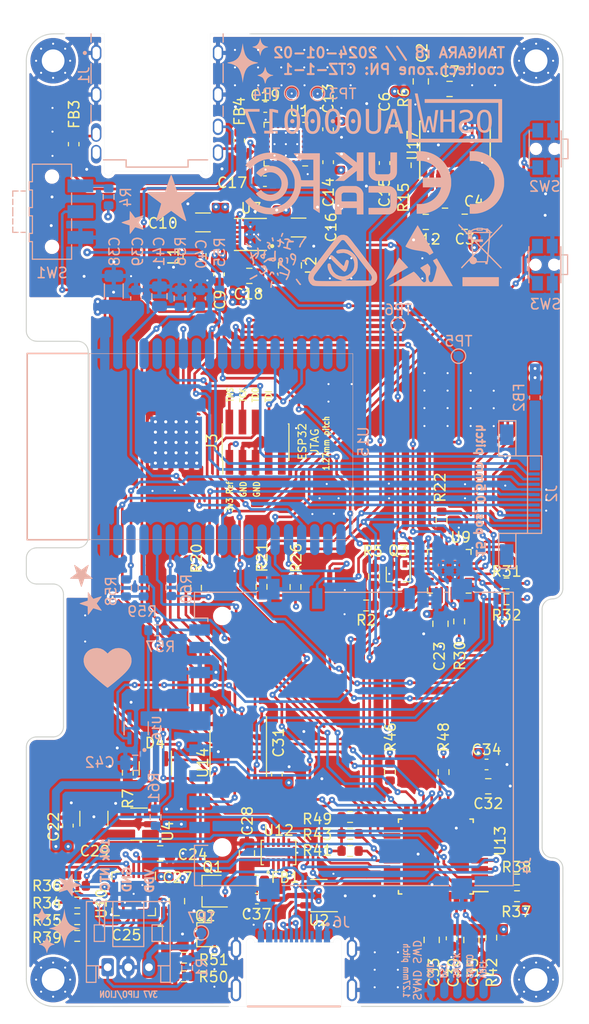
<source format=kicad_pcb>
(kicad_pcb (version 20221018) (generator pcbnew)

  (general
    (thickness 1.566672)
  )

  (paper "A4")
  (title_block
    (comment 4 "AISLER Project ID: ATEUINQR")
  )

  (layers
    (0 "F.Cu" signal)
    (1 "In1.Cu" signal)
    (2 "In2.Cu" signal)
    (31 "B.Cu" signal)
    (32 "B.Adhes" user "B.Adhesive")
    (33 "F.Adhes" user "F.Adhesive")
    (34 "B.Paste" user)
    (35 "F.Paste" user)
    (36 "B.SilkS" user "B.Silkscreen")
    (37 "F.SilkS" user "F.Silkscreen")
    (38 "B.Mask" user)
    (39 "F.Mask" user)
    (40 "Dwgs.User" user "User.Drawings")
    (41 "Cmts.User" user "User.Comments")
    (42 "Eco1.User" user "User.Eco1")
    (43 "Eco2.User" user "User.Eco2")
    (44 "Edge.Cuts" user)
    (45 "Margin" user)
    (46 "B.CrtYd" user "B.Courtyard")
    (47 "F.CrtYd" user "F.Courtyard")
    (48 "B.Fab" user)
    (49 "F.Fab" user)
    (50 "User.1" user)
    (51 "User.2" user)
    (52 "User.3" user)
    (53 "User.4" user)
    (54 "User.5" user)
    (55 "User.6" user)
    (56 "User.7" user)
    (57 "User.8" user)
    (58 "User.9" user)
  )

  (setup
    (stackup
      (layer "F.SilkS" (type "Top Silk Screen") (color "White"))
      (layer "F.Paste" (type "Top Solder Paste"))
      (layer "F.Mask" (type "Top Solder Mask") (color "Purple") (thickness 0.0254))
      (layer "F.Cu" (type "copper") (thickness 0.04318))
      (layer "dielectric 1" (type "prepreg") (thickness 0.202184) (material "FR408-HR") (epsilon_r 3.69) (loss_tangent 0.0091))
      (layer "In1.Cu" (type "copper") (thickness 0.017272))
      (layer "dielectric 2" (type "core") (thickness 0.9906) (material "FR408-HR") (epsilon_r 3.69) (loss_tangent 0.0091))
      (layer "In2.Cu" (type "copper") (thickness 0.017272))
      (layer "dielectric 3" (type "prepreg") (thickness 0.202184) (material "FR408-HR") (epsilon_r 3.69) (loss_tangent 0.0091))
      (layer "B.Cu" (type "copper") (thickness 0.04318))
      (layer "B.Mask" (type "Bottom Solder Mask") (color "Purple") (thickness 0.0254))
      (layer "B.Paste" (type "Bottom Solder Paste"))
      (layer "B.SilkS" (type "Bottom Silk Screen") (color "White"))
      (copper_finish "None")
      (dielectric_constraints no)
    )
    (pad_to_mask_clearance 0)
    (aux_axis_origin 117.25 51)
    (pcbplotparams
      (layerselection 0x00010fc_ffffffff)
      (plot_on_all_layers_selection 0x0000000_00000000)
      (disableapertmacros false)
      (usegerberextensions true)
      (usegerberattributes true)
      (usegerberadvancedattributes true)
      (creategerberjobfile true)
      (dashed_line_dash_ratio 12.000000)
      (dashed_line_gap_ratio 3.000000)
      (svgprecision 6)
      (plotframeref false)
      (viasonmask false)
      (mode 1)
      (useauxorigin false)
      (hpglpennumber 1)
      (hpglpenspeed 20)
      (hpglpendiameter 15.000000)
      (dxfpolygonmode true)
      (dxfimperialunits true)
      (dxfusepcbnewfont true)
      (psnegative false)
      (psa4output false)
      (plotreference true)
      (plotvalue true)
      (plotinvisibletext false)
      (sketchpadsonfab false)
      (subtractmaskfromsilk false)
      (outputformat 1)
      (mirror false)
      (drillshape 0)
      (scaleselection 1)
      (outputdirectory "gerbers2")
    )
  )

  (net 0 "")
  (net 1 "GND")
  (net 2 "/ESP_EN")
  (net 3 "BAT_LEVEL")
  (net 4 "SYS_POWER")
  (net 5 "USB.DP")
  (net 6 "USB.DN")
  (net 7 "3.5mm_DETECT")
  (net 8 "/JTAG.TMS")
  (net 9 "/JTAG.TCK")
  (net 10 "/JTAG.TDO")
  (net 11 "/JTAG.TDI")
  (net 12 "/SWD.SWDIO")
  (net 13 "/SWD.SWCLK")
  (net 14 "/SWD.RESET")
  (net 15 "/Power/NTC")
  (net 16 "~{CHG_PWR_OK}")
  (net 17 "I2C.SCL")
  (net 18 "VBUS")
  (net 19 "I2C.SDA")
  (net 20 "ESP_SPI.PICO")
  (net 21 "unconnected-(U9-IO0_5-Pad6)")
  (net 22 "ESP_SPI.SCLK")
  (net 23 "ESP_SPI.DISPLAY_CS")
  (net 24 "DISPLAY_LED_EN")
  (net 25 "/ESP_BOOT")
  (net 26 "~{SD_VDD_EN}")
  (net 27 "/UART.ESP.TX")
  (net 28 "ESP_SPI.POCI")
  (net 29 "DAC.DATA")
  (net 30 "DAC.BCK")
  (net 31 "ESP_SPI.SD_CS")
  (net 32 "DAC.LRCK")
  (net 33 "SAMD_SPI.POCI")
  (net 34 "/UART.ESP.RX")
  (net 35 "SAMD_SPI.CS")
  (net 36 "SAMD_SPI.PICO")
  (net 37 "/~{SAMD_INT}")
  (net 38 "SAMD_SPI.SCLK")
  (net 39 "CHG_SEL")
  (net 40 "AMP_EN")
  (net 41 "/Power/VBUS_SWITCHED")
  (net 42 "~{GPIO_INT}")
  (net 43 "USB_TCC0")
  (net 44 "USB_TCC1")
  (net 45 "KEY_LOCK")
  (net 46 "CHG_STAT1")
  (net 47 "CHG_STAT2")
  (net 48 "~{TOUCH_INT}")
  (net 49 "DISPLAY_DR")
  (net 50 "+3V3")
  (net 51 "+5VA")
  (net 52 "-5VA")
  (net 53 "KEY_VOL_UP")
  (net 54 "Net-(J7-Pin_3)")
  (net 55 "Net-(U1B-+)")
  (net 56 "KEY_VOL_DOWN")
  (net 57 "Net-(J4-CD{slash}DAT3)")
  (net 58 "Net-(J4-CMD)")
  (net 59 "Net-(J4-CLK)")
  (net 60 "Net-(J4-DAT0)")
  (net 61 "Net-(J4-DAT1)")
  (net 62 "Net-(J4-DAT2)")
  (net 63 "unconnected-(J1-Pad6)")
  (net 64 "Net-(J6-CC1)")
  (net 65 "Net-(U13-VDDCORE)")
  (net 66 "unconnected-(J3-UART_TX-Pad7)")
  (net 67 "unconnected-(J3-UART_RX-Pad9)")
  (net 68 "unconnected-(J3-nRst-Pad10)")
  (net 69 "unconnected-(J6-SBU1-PadA8)")
  (net 70 "unconnected-(J6-SBU2-PadB8)")
  (net 71 "Net-(U7-SWN)")
  (net 72 "Net-(U7-SWP)")
  (net 73 "Net-(Q1-G)")
  (net 74 "Net-(U1A-+)")
  (net 75 "Net-(U1A--)")
  (net 76 "Net-(C17-Pad2)")
  (net 77 "Net-(U1B--)")
  (net 78 "Net-(C19-Pad2)")
  (net 79 "Net-(U14E-~{OE})")
  (net 80 "Net-(U14E-S)")
  (net 81 "SYS_PWR_EN_SAMD")
  (net 82 "Net-(U10-CE)")
  (net 83 "Net-(U10-PROG3)")
  (net 84 "Net-(U10-PROG2)")
  (net 85 "Net-(U10-PROG1)")
  (net 86 "unconnected-(U1C-NC-Pad4)")
  (net 87 "unconnected-(U1-Pad6)")
  (net 88 "unconnected-(U1-Pad7)")
  (net 89 "unconnected-(U1-Pad8)")
  (net 90 "unconnected-(U1C-NC-Pad15)")
  (net 91 "unconnected-(U12-ORIENT-Pad8)")
  (net 92 "unconnected-(U12-SWMONI-Pad9)")
  (net 93 "unconnected-(U15-I39{slash}NOINT-Pad5)")
  (net 94 "unconnected-(U15-SHD{slash}SD2-Pad17)")
  (net 95 "unconnected-(U15-SWP{slash}SD3-Pad18)")
  (net 96 "unconnected-(U15-SCS{slash}CMD-Pad19)")
  (net 97 "unconnected-(U15-SCK{slash}CLK-Pad20)")
  (net 98 "unconnected-(U15-SDO{slash}SD0-Pad21)")
  (net 99 "unconnected-(U15-SDI{slash}SD1-Pad22)")
  (net 100 "unconnected-(U15-IO16-Pad27)")
  (net 101 "unconnected-(U15-IO17-Pad28)")
  (net 102 "unconnected-(U15-NC-Pad32)")
  (net 103 "Net-(J2-Pin_13)")
  (net 104 "Net-(FB3-Pad2)")
  (net 105 "Net-(FB4-Pad2)")
  (net 106 "Net-(J4-VDD)")
  (net 107 "unconnected-(U16-NC-Pad4)")
  (net 108 "Net-(SW1-C)")
  (net 109 "Net-(Q1-S)")
  (net 110 "DAC.MCK")
  (net 111 "SD_CD")
  (net 112 "Net-(U17-CPCA)")
  (net 113 "Net-(U17-CPCB)")
  (net 114 "unconnected-(U1-Pad1)")
  (net 115 "Net-(U17-VMID)")
  (net 116 "Net-(U17-CPVOUTN)")
  (net 117 "unconnected-(U1-Pad23)")
  (net 118 "Net-(U17-LINEVOUTL)")
  (net 119 "Net-(U17-LINEVOUTR)")
  (net 120 "unconnected-(U1-Pad24)")
  (net 121 "unconnected-(U17-ZFLAG-Pad7)")
  (net 122 "unconnected-(U9-IO0_6-Pad7)")
  (net 123 "Net-(Q3-G)")
  (net 124 "unconnected-(U9-IO1_5-Pad15)")
  (net 125 "unconnected-(U9-IO1_6-Pad16)")
  (net 126 "unconnected-(U9-IO1_7-Pad17)")
  (net 127 "Net-(U4-EN)")
  (net 128 "unconnected-(U4-NC-Pad4)")
  (net 129 "unconnected-(U13-PA06-Pad7)")
  (net 130 "unconnected-(U13-PA27-Pad25)")
  (net 131 "unconnected-(U13-PA28-Pad27)")
  (net 132 "Net-(Q2-D)")
  (net 133 "Net-(J6-CC2)")
  (net 134 "unconnected-(U13-PA07-Pad8)")
  (net 135 "unconnected-(U9-IO1_3-Pad13)")
  (net 136 "Net-(J6-DP-PadA6)")
  (net 137 "Net-(J6-DN-PadA7)")
  (net 138 "AMP_MUTE")

  (footprint "Package_TO_SOT_SMD:TSOT-23" (layer "F.Cu") (at 135.476849 134.455179 180))

  (footprint "Package_TO_SOT_SMD:SOT-23-5" (layer "F.Cu") (at 128.415497 127.954481 180))

  (footprint "footprints:MountingHole_2.2mm_M2_Pad_Via2" (layer "F.Cu") (at 166.9 143))

  (footprint "Inductor_SMD:L_1008_2520Metric" (layer "F.Cu") (at 133.801417 72.973879 90))

  (footprint "Capacitor_SMD:C_0805_2012Metric" (layer "F.Cu") (at 130.473198 130.774567))

  (footprint "Resistor_SMD:R_0603_1608Metric" (layer "F.Cu") (at 122.434189 137.149989 180))

  (footprint "Resistor_SMD:R_0603_1608Metric" (layer "F.Cu") (at 151.198456 103.968297 -90))

  (footprint "footprints:QFN-20-1EP_4x4mm_P0.5mm_EP2.5x2.5mm_ThermalVias2" (layer "F.Cu") (at 127.902083 134.695156 -90))

  (footprint "Capacitor_SMD:C_0805_2012Metric" (layer "F.Cu") (at 130.529632 138.571066))

  (footprint "Capacitor_SMD:C_0603_1608Metric" (layer "F.Cu") (at 152.216943 60.416276 -90))

  (footprint "Package_DFN_QFN:HVQFN-24-1EP_4x4mm_P0.5mm_EP2.1x2.1mm" (layer "F.Cu") (at 158.484595 103.47166 180))

  (footprint "Package_TO_SOT_SMD:SOT-23" (layer "F.Cu") (at 130.000805 122.549717 -90))

  (footprint "Resistor_SMD:R_0603_1608Metric" (layer "F.Cu") (at 148.873745 127.25515))

  (footprint "Capacitor_SMD:C_0603_1608Metric" (layer "F.Cu") (at 136.172745 74.724126 -90))

  (footprint "Resistor_SMD:R_0603_1608Metric" (layer "F.Cu") (at 165.049071 134.922126 180))

  (footprint "Resistor_SMD:R_0603_1608Metric" (layer "F.Cu") (at 159.445045 108.327463 90))

  (footprint "Capacitor_SMD:C_0603_1608Metric" (layer "F.Cu") (at 121.530086 128.089529 90))

  (footprint "Package_TO_SOT_SMD:SOT-323_SC-70" (layer "F.Cu") (at 153.539681 103.751753 -90))

  (footprint "Capacitor_SMD:C_0603_1608Metric" (layer "F.Cu") (at 146.738191 60.685697 -90))

  (footprint "Resistor_SMD:R_0603_1608Metric" (layer "F.Cu") (at 165.050103 133.305697 180))

  (footprint "Capacitor_SMD:C_0603_1608Metric" (layer "F.Cu") (at 152.216095 63.952058 90))

  (footprint "footprints:BD91N01NUX-E2" (layer "F.Cu") (at 141.938445 130.694772 90))

  (footprint "Capacitor_SMD:C_0805_2012Metric" (layer "F.Cu") (at 159.982062 69.634671 180))

  (footprint "Resistor_SMD:R_0603_1608Metric" (layer "F.Cu") (at 122.434189 138.766966 180))

  (footprint "Capacitor_SMD:C_0805_2012Metric" (layer "F.Cu") (at 156.782387 139.153476 90))

  (footprint "Inductor_SMD:L_0603_1608Metric" (layer "F.Cu") (at 139.793489 133.408759 180))

  (footprint "Resistor_SMD:R_0603_1608Metric" (layer "F.Cu") (at 148.873745 130.546956))

  (footprint "Resistor_SMD:R_0805_2012Metric" (layer "F.Cu") (at 154.05507 60.232017 -90))

  (footprint "Capacitor_SMD:C_0603_1608Metric" (layer "F.Cu") (at 140.620589 65.704592 180))

  (footprint "Capacitor_SMD:C_0805_2012Metric" (layer "F.Cu") (at 132.103885 135.401996 -90))

  (footprint "Capacitor_SMD:C_0603_1608Metric" (layer "F.Cu") (at 139.845147 135.157118 180))

  (footprint "Resistor_SMD:R_0603_1608Metric" (layer "F.Cu") (at 157.736387 98.523188 90))

  (footprint "Capacitor_SMD:C_0805_2012Metric" (layer "F.Cu") (at 139.111897 74.874786))

  (footprint "Resistor_SMD:R_0603_1608Metric" (layer "F.Cu") (at 122.439406 135.533013))

  (footprint "Resistor_SMD:R_0603_1608Metric" (layer "F.Cu") (at 132.78644 140.877326))

  (footprint "Inductor_SMD:L_1008_2520Metric" (layer "F.Cu") (at 143.044904 73.86026 -90))

  (footprint "Capacitor_SMD:C_0805_2012Metric" (layer "F.Cu") (at 156.207041 69.648592 180))

  (footprint "Capacitor_SMD:C_0805_2012Metric" (layer "F.Cu") (at 158.07357 67.582319 180))

  (footprint "Resistor_SMD:R_0603_1608Metric" (layer "F.Cu") (at 162.554135 138.938126 -90))

  (footprint "Package_SO:TSSOP-16_4.4x5mm_P0.65mm" (layer "F.Cu") (at 138.037154 121.127252 -90))

  (footprint "Capacitor_SMD:C_0805_2012Metric" (layer "F.Cu") (at 158.513691 56.778764))

  (footprint "Inductor_SMD:L_0603_1608Metric" (layer "F.Cu") (at 138.136435 61.76766 -90))

  (footprint "Resistor_SMD:R_0603_1608Metric" (layer "F.Cu") (at 133.941895 105.064074 90))

  (footprint "NetTie:NetTie-2_SMD_Pad0.5mm" (layer "F.Cu") (at 146.902022 104.10454 -90))

  (footprint "Resistor_SMD:R_0603_1608Metric" (layer "F.Cu") (at 143.585559 104.993281 90))

  (footprint "Resistor_SMD:R_0603_1608Metric" (layer "F.Cu") (at 140.296114 104.976392 90))

  (footprint "Package_TO_SOT_SMD:SOT-23-6" (layer "F.Cu")
    (tstamp 98c16f2b-77bb-43d5-908d-2856eeb3b2ec)
    (at 145.845749 134.861076 180)
    (descr "SOT, 6 Pin (https://www.jedec.org/sites/default/files/docs/Mo-178c.PDF variant AB), generated with kicad-footprint-generator ipc_gullwing_generator.py")
    (tags "SOT TO_SOT_SMD")
    (property "MPN" "USBLC6-2SC6")
    (property "Sheetfile" "power.kicad_sch")
    (property "Sheetname" "Power")
    (property "ki_description" "Very low capacitance ESD protection diode, 2 data-line, SOT-23-6")
   
... [3684187 chars truncated]
</source>
